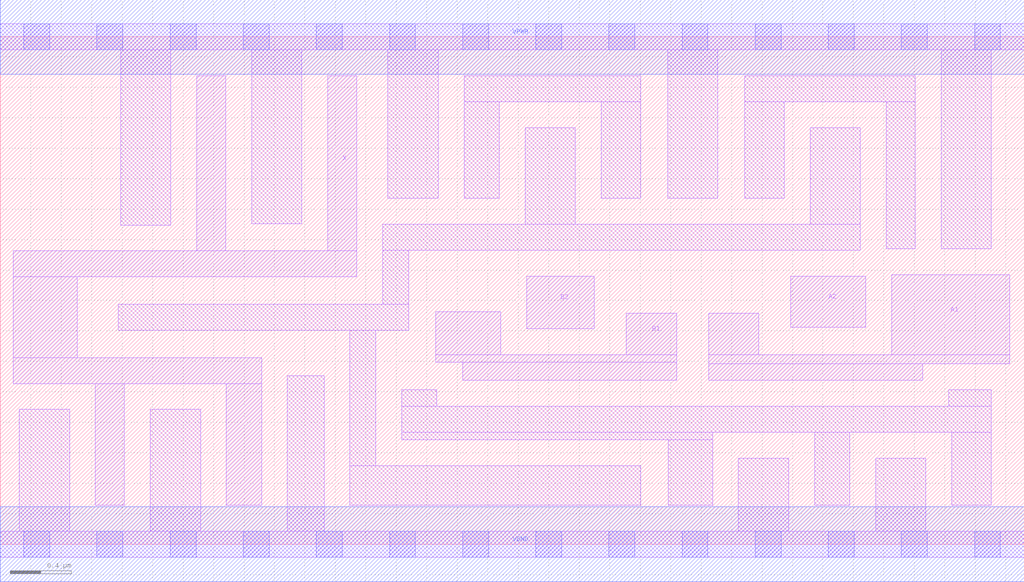
<source format=lef>
# Copyright 2020 The SkyWater PDK Authors
#
# Licensed under the Apache License, Version 2.0 (the "License");
# you may not use this file except in compliance with the License.
# You may obtain a copy of the License at
#
#     https://www.apache.org/licenses/LICENSE-2.0
#
# Unless required by applicable law or agreed to in writing, software
# distributed under the License is distributed on an "AS IS" BASIS,
# WITHOUT WARRANTIES OR CONDITIONS OF ANY KIND, either express or implied.
# See the License for the specific language governing permissions and
# limitations under the License.
#
# SPDX-License-Identifier: Apache-2.0

VERSION 5.7 ;
  NAMESCASESENSITIVE ON ;
  NOWIREEXTENSIONATPIN ON ;
  DIVIDERCHAR "/" ;
  BUSBITCHARS "[]" ;
UNITS
  DATABASE MICRONS 200 ;
END UNITS
MACRO sky130_fd_sc_lp__o22a_4
  CLASS CORE ;
  SOURCE USER ;
  FOREIGN sky130_fd_sc_lp__o22a_4 ;
  ORIGIN  0.000000  0.000000 ;
  SIZE  6.720000 BY  3.330000 ;
  SYMMETRY X Y R90 ;
  SITE unit ;
  PIN A1
    ANTENNAGATEAREA  0.630000 ;
    DIRECTION INPUT ;
    USE SIGNAL ;
    PORT
      LAYER li1 ;
        RECT 4.650000 1.075000 6.055000 1.185000 ;
        RECT 4.650000 1.185000 6.625000 1.245000 ;
        RECT 4.650000 1.245000 4.980000 1.515000 ;
        RECT 5.850000 1.245000 6.625000 1.770000 ;
    END
  END A1
  PIN A2
    ANTENNAGATEAREA  0.630000 ;
    DIRECTION INPUT ;
    USE SIGNAL ;
    PORT
      LAYER li1 ;
        RECT 5.190000 1.425000 5.680000 1.760000 ;
    END
  END A2
  PIN B1
    ANTENNAGATEAREA  0.630000 ;
    DIRECTION INPUT ;
    USE SIGNAL ;
    PORT
      LAYER li1 ;
        RECT 2.860000 1.195000 4.440000 1.245000 ;
        RECT 2.860000 1.245000 3.285000 1.525000 ;
        RECT 3.035000 1.075000 4.440000 1.195000 ;
        RECT 4.110000 1.245000 4.440000 1.515000 ;
    END
  END B1
  PIN B2
    ANTENNAGATEAREA  0.630000 ;
    DIRECTION INPUT ;
    USE SIGNAL ;
    PORT
      LAYER li1 ;
        RECT 3.455000 1.415000 3.900000 1.760000 ;
    END
  END B2
  PIN X
    ANTENNADIFFAREA  1.176000 ;
    DIRECTION OUTPUT ;
    USE SIGNAL ;
    PORT
      LAYER li1 ;
        RECT 0.085000 1.055000 1.715000 1.225000 ;
        RECT 0.085000 1.225000 0.505000 1.755000 ;
        RECT 0.085000 1.755000 2.340000 1.925000 ;
        RECT 0.625000 0.255000 0.815000 1.055000 ;
        RECT 1.290000 1.925000 1.480000 3.075000 ;
        RECT 1.485000 0.255000 1.715000 1.055000 ;
        RECT 2.150000 1.925000 2.340000 3.075000 ;
    END
  END X
  PIN VGND
    DIRECTION INOUT ;
    USE GROUND ;
    PORT
      LAYER met1 ;
        RECT 0.000000 -0.245000 6.720000 0.245000 ;
    END
  END VGND
  PIN VPWR
    DIRECTION INOUT ;
    USE POWER ;
    PORT
      LAYER met1 ;
        RECT 0.000000 3.085000 6.720000 3.575000 ;
    END
  END VPWR
  OBS
    LAYER li1 ;
      RECT 0.000000 -0.085000 6.720000 0.085000 ;
      RECT 0.000000  3.245000 6.720000 3.415000 ;
      RECT 0.125000  0.085000 0.455000 0.885000 ;
      RECT 0.775000  1.405000 2.680000 1.575000 ;
      RECT 0.790000  2.095000 1.120000 3.245000 ;
      RECT 0.985000  0.085000 1.315000 0.885000 ;
      RECT 1.650000  2.105000 1.980000 3.245000 ;
      RECT 1.885000  0.085000 2.125000 1.105000 ;
      RECT 2.295000  0.255000 4.205000 0.515000 ;
      RECT 2.295000  0.515000 2.465000 1.405000 ;
      RECT 2.510000  1.575000 2.680000 1.930000 ;
      RECT 2.510000  1.930000 5.645000 2.100000 ;
      RECT 2.545000  2.270000 2.875000 3.245000 ;
      RECT 2.635000  0.685000 4.675000 0.735000 ;
      RECT 2.635000  0.735000 6.505000 0.905000 ;
      RECT 2.635000  0.905000 2.865000 1.015000 ;
      RECT 3.045000  2.270000 3.275000 2.905000 ;
      RECT 3.045000  2.905000 4.205000 3.075000 ;
      RECT 3.445000  2.100000 3.775000 2.735000 ;
      RECT 3.945000  2.270000 4.205000 2.905000 ;
      RECT 4.380000  2.270000 4.710000 3.245000 ;
      RECT 4.385000  0.255000 4.675000 0.685000 ;
      RECT 4.845000  0.085000 5.175000 0.565000 ;
      RECT 4.885000  2.270000 5.145000 2.905000 ;
      RECT 4.885000  2.905000 6.005000 3.075000 ;
      RECT 5.315000  2.100000 5.645000 2.735000 ;
      RECT 5.345000  0.255000 5.575000 0.735000 ;
      RECT 5.745000  0.085000 6.075000 0.565000 ;
      RECT 5.815000  1.940000 6.005000 2.905000 ;
      RECT 6.175000  1.940000 6.505000 3.245000 ;
      RECT 6.225000  0.905000 6.505000 1.015000 ;
      RECT 6.245000  0.255000 6.505000 0.735000 ;
    LAYER mcon ;
      RECT 0.155000 -0.085000 0.325000 0.085000 ;
      RECT 0.155000  3.245000 0.325000 3.415000 ;
      RECT 0.635000 -0.085000 0.805000 0.085000 ;
      RECT 0.635000  3.245000 0.805000 3.415000 ;
      RECT 1.115000 -0.085000 1.285000 0.085000 ;
      RECT 1.115000  3.245000 1.285000 3.415000 ;
      RECT 1.595000 -0.085000 1.765000 0.085000 ;
      RECT 1.595000  3.245000 1.765000 3.415000 ;
      RECT 2.075000 -0.085000 2.245000 0.085000 ;
      RECT 2.075000  3.245000 2.245000 3.415000 ;
      RECT 2.555000 -0.085000 2.725000 0.085000 ;
      RECT 2.555000  3.245000 2.725000 3.415000 ;
      RECT 3.035000 -0.085000 3.205000 0.085000 ;
      RECT 3.035000  3.245000 3.205000 3.415000 ;
      RECT 3.515000 -0.085000 3.685000 0.085000 ;
      RECT 3.515000  3.245000 3.685000 3.415000 ;
      RECT 3.995000 -0.085000 4.165000 0.085000 ;
      RECT 3.995000  3.245000 4.165000 3.415000 ;
      RECT 4.475000 -0.085000 4.645000 0.085000 ;
      RECT 4.475000  3.245000 4.645000 3.415000 ;
      RECT 4.955000 -0.085000 5.125000 0.085000 ;
      RECT 4.955000  3.245000 5.125000 3.415000 ;
      RECT 5.435000 -0.085000 5.605000 0.085000 ;
      RECT 5.435000  3.245000 5.605000 3.415000 ;
      RECT 5.915000 -0.085000 6.085000 0.085000 ;
      RECT 5.915000  3.245000 6.085000 3.415000 ;
      RECT 6.395000 -0.085000 6.565000 0.085000 ;
      RECT 6.395000  3.245000 6.565000 3.415000 ;
  END
END sky130_fd_sc_lp__o22a_4

</source>
